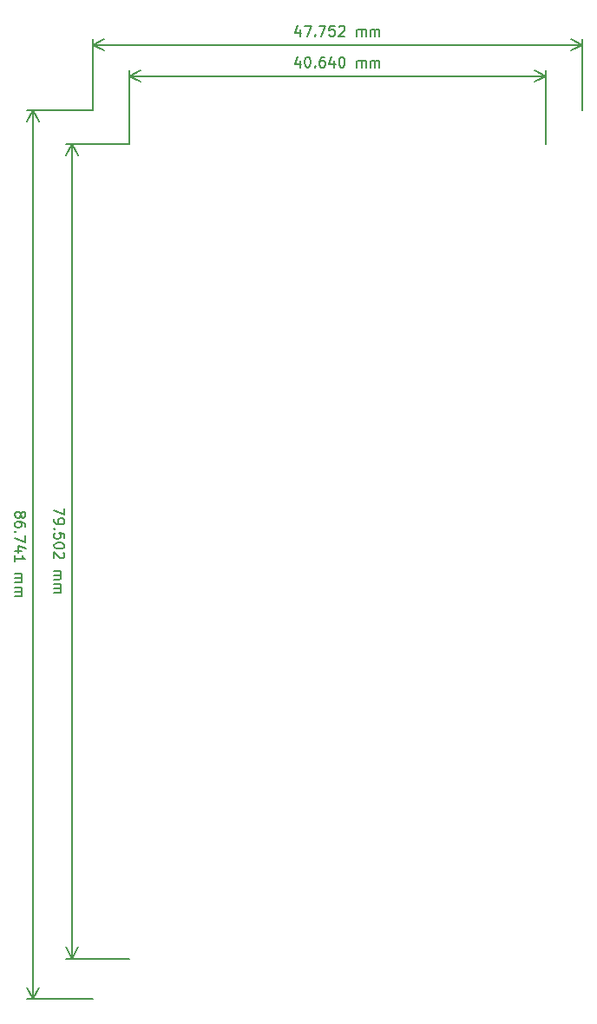
<source format=gbr>
G04 #@! TF.GenerationSoftware,KiCad,Pcbnew,(5.1.4)-1*
G04 #@! TF.CreationDate,2020-02-11T18:39:35-06:00*
G04 #@! TF.ProjectId,ArduinoBreakoutboardControl,41726475-696e-46f4-9272-65616b6f7574,rev?*
G04 #@! TF.SameCoordinates,Original*
G04 #@! TF.FileFunction,Drawing*
%FSLAX46Y46*%
G04 Gerber Fmt 4.6, Leading zero omitted, Abs format (unit mm)*
G04 Created by KiCad (PCBNEW (5.1.4)-1) date 2020-02-11 18:39:35*
%MOMM*%
%LPD*%
G04 APERTURE LIST*
%ADD10C,0.150000*%
G04 APERTURE END LIST*
D10*
X123199619Y-74930523D02*
X123199619Y-75597190D01*
X122199619Y-75168619D01*
X122199619Y-76025761D02*
X122199619Y-76216238D01*
X122247238Y-76311476D01*
X122294857Y-76359095D01*
X122437714Y-76454333D01*
X122628190Y-76501952D01*
X123009142Y-76501952D01*
X123104380Y-76454333D01*
X123152000Y-76406714D01*
X123199619Y-76311476D01*
X123199619Y-76121000D01*
X123152000Y-76025761D01*
X123104380Y-75978142D01*
X123009142Y-75930523D01*
X122771047Y-75930523D01*
X122675809Y-75978142D01*
X122628190Y-76025761D01*
X122580571Y-76121000D01*
X122580571Y-76311476D01*
X122628190Y-76406714D01*
X122675809Y-76454333D01*
X122771047Y-76501952D01*
X122294857Y-76930523D02*
X122247238Y-76978142D01*
X122199619Y-76930523D01*
X122247238Y-76882904D01*
X122294857Y-76930523D01*
X122199619Y-76930523D01*
X123199619Y-77882904D02*
X123199619Y-77406714D01*
X122723428Y-77359095D01*
X122771047Y-77406714D01*
X122818666Y-77501952D01*
X122818666Y-77740047D01*
X122771047Y-77835285D01*
X122723428Y-77882904D01*
X122628190Y-77930523D01*
X122390095Y-77930523D01*
X122294857Y-77882904D01*
X122247238Y-77835285D01*
X122199619Y-77740047D01*
X122199619Y-77501952D01*
X122247238Y-77406714D01*
X122294857Y-77359095D01*
X123199619Y-78549571D02*
X123199619Y-78644809D01*
X123152000Y-78740047D01*
X123104380Y-78787666D01*
X123009142Y-78835285D01*
X122818666Y-78882904D01*
X122580571Y-78882904D01*
X122390095Y-78835285D01*
X122294857Y-78787666D01*
X122247238Y-78740047D01*
X122199619Y-78644809D01*
X122199619Y-78549571D01*
X122247238Y-78454333D01*
X122294857Y-78406714D01*
X122390095Y-78359095D01*
X122580571Y-78311476D01*
X122818666Y-78311476D01*
X123009142Y-78359095D01*
X123104380Y-78406714D01*
X123152000Y-78454333D01*
X123199619Y-78549571D01*
X123104380Y-79263857D02*
X123152000Y-79311476D01*
X123199619Y-79406714D01*
X123199619Y-79644809D01*
X123152000Y-79740047D01*
X123104380Y-79787666D01*
X123009142Y-79835285D01*
X122913904Y-79835285D01*
X122771047Y-79787666D01*
X122199619Y-79216238D01*
X122199619Y-79835285D01*
X122199619Y-81025761D02*
X122866285Y-81025761D01*
X122771047Y-81025761D02*
X122818666Y-81073380D01*
X122866285Y-81168619D01*
X122866285Y-81311476D01*
X122818666Y-81406714D01*
X122723428Y-81454333D01*
X122199619Y-81454333D01*
X122723428Y-81454333D02*
X122818666Y-81501952D01*
X122866285Y-81597190D01*
X122866285Y-81740047D01*
X122818666Y-81835285D01*
X122723428Y-81882904D01*
X122199619Y-81882904D01*
X122199619Y-82359095D02*
X122866285Y-82359095D01*
X122771047Y-82359095D02*
X122818666Y-82406714D01*
X122866285Y-82501952D01*
X122866285Y-82644809D01*
X122818666Y-82740047D01*
X122723428Y-82787666D01*
X122199619Y-82787666D01*
X122723428Y-82787666D02*
X122818666Y-82835285D01*
X122866285Y-82930523D01*
X122866285Y-83073380D01*
X122818666Y-83168619D01*
X122723428Y-83216238D01*
X122199619Y-83216238D01*
X123952000Y-39370000D02*
X123952000Y-118872000D01*
X129540000Y-39370000D02*
X123365579Y-39370000D01*
X129540000Y-118872000D02*
X123365579Y-118872000D01*
X123952000Y-118872000D02*
X123365579Y-117745496D01*
X123952000Y-118872000D02*
X124538421Y-117745496D01*
X123952000Y-39370000D02*
X123365579Y-40496504D01*
X123952000Y-39370000D02*
X124538421Y-40496504D01*
X146193333Y-31251714D02*
X146193333Y-31918380D01*
X145955238Y-30870761D02*
X145717142Y-31585047D01*
X146336190Y-31585047D01*
X146907619Y-30918380D02*
X147002857Y-30918380D01*
X147098095Y-30965999D01*
X147145714Y-31013618D01*
X147193333Y-31108857D01*
X147240952Y-31299333D01*
X147240952Y-31537428D01*
X147193333Y-31727904D01*
X147145714Y-31823142D01*
X147098095Y-31870761D01*
X147002857Y-31918380D01*
X146907619Y-31918380D01*
X146812380Y-31870761D01*
X146764761Y-31823142D01*
X146717142Y-31727904D01*
X146669523Y-31537428D01*
X146669523Y-31299333D01*
X146717142Y-31108857D01*
X146764761Y-31013618D01*
X146812380Y-30965999D01*
X146907619Y-30918380D01*
X147669523Y-31823142D02*
X147717142Y-31870761D01*
X147669523Y-31918380D01*
X147621904Y-31870761D01*
X147669523Y-31823142D01*
X147669523Y-31918380D01*
X148574285Y-30918380D02*
X148383809Y-30918380D01*
X148288571Y-30965999D01*
X148240952Y-31013619D01*
X148145714Y-31156476D01*
X148098095Y-31346952D01*
X148098095Y-31727904D01*
X148145714Y-31823142D01*
X148193333Y-31870761D01*
X148288571Y-31918380D01*
X148479047Y-31918380D01*
X148574285Y-31870761D01*
X148621904Y-31823142D01*
X148669523Y-31727904D01*
X148669523Y-31489809D01*
X148621904Y-31394571D01*
X148574285Y-31346952D01*
X148479047Y-31299333D01*
X148288571Y-31299333D01*
X148193333Y-31346952D01*
X148145714Y-31394571D01*
X148098095Y-31489809D01*
X149526666Y-31251714D02*
X149526666Y-31918380D01*
X149288571Y-30870761D02*
X149050476Y-31585047D01*
X149669523Y-31585047D01*
X150240952Y-30918380D02*
X150336190Y-30918380D01*
X150431428Y-30966000D01*
X150479047Y-31013619D01*
X150526666Y-31108857D01*
X150574285Y-31299333D01*
X150574285Y-31537428D01*
X150526666Y-31727904D01*
X150479047Y-31823142D01*
X150431428Y-31870761D01*
X150336190Y-31918380D01*
X150240952Y-31918380D01*
X150145714Y-31870761D01*
X150098095Y-31823142D01*
X150050476Y-31727904D01*
X150002857Y-31537428D01*
X150002857Y-31299333D01*
X150050476Y-31108857D01*
X150098095Y-31013619D01*
X150145714Y-30966000D01*
X150240952Y-30918380D01*
X151764761Y-31918380D02*
X151764761Y-31251714D01*
X151764761Y-31346952D02*
X151812380Y-31299333D01*
X151907619Y-31251714D01*
X152050476Y-31251714D01*
X152145714Y-31299333D01*
X152193333Y-31394571D01*
X152193333Y-31918381D01*
X152193333Y-31394571D02*
X152240952Y-31299333D01*
X152336190Y-31251714D01*
X152479047Y-31251714D01*
X152574285Y-31299333D01*
X152621904Y-31394571D01*
X152621904Y-31918381D01*
X153098095Y-31918381D02*
X153098095Y-31251714D01*
X153098095Y-31346952D02*
X153145714Y-31299333D01*
X153240952Y-31251714D01*
X153383809Y-31251714D01*
X153479047Y-31299333D01*
X153526666Y-31394571D01*
X153526666Y-31918381D01*
X153526666Y-31394571D02*
X153574285Y-31299333D01*
X153669523Y-31251714D01*
X153812380Y-31251714D01*
X153907619Y-31299333D01*
X153955238Y-31394571D01*
X153955238Y-31918381D01*
X170180000Y-32766001D02*
X129540000Y-32766000D01*
X170180000Y-39370000D02*
X170180000Y-32179580D01*
X129540000Y-39369999D02*
X129540000Y-32179579D01*
X129540000Y-32766000D02*
X130666504Y-32179579D01*
X129540000Y-32766000D02*
X130666504Y-33352421D01*
X170180000Y-32766001D02*
X169053496Y-32179580D01*
X170180000Y-32766001D02*
X169053496Y-33352422D01*
X118961047Y-75486119D02*
X119008666Y-75390880D01*
X119056285Y-75343261D01*
X119151523Y-75295642D01*
X119199142Y-75295642D01*
X119294380Y-75343261D01*
X119342000Y-75390880D01*
X119389619Y-75486119D01*
X119389619Y-75676595D01*
X119342000Y-75771833D01*
X119294380Y-75819452D01*
X119199142Y-75867071D01*
X119151523Y-75867071D01*
X119056285Y-75819452D01*
X119008666Y-75771833D01*
X118961047Y-75676595D01*
X118961047Y-75486119D01*
X118913428Y-75390880D01*
X118865809Y-75343261D01*
X118770571Y-75295642D01*
X118580095Y-75295642D01*
X118484857Y-75343261D01*
X118437238Y-75390880D01*
X118389619Y-75486119D01*
X118389619Y-75676595D01*
X118437238Y-75771833D01*
X118484857Y-75819452D01*
X118580095Y-75867071D01*
X118770571Y-75867071D01*
X118865809Y-75819452D01*
X118913428Y-75771833D01*
X118961047Y-75676595D01*
X119389619Y-76724214D02*
X119389619Y-76533738D01*
X119342000Y-76438500D01*
X119294380Y-76390880D01*
X119151523Y-76295642D01*
X118961047Y-76248023D01*
X118580095Y-76248023D01*
X118484857Y-76295642D01*
X118437238Y-76343261D01*
X118389619Y-76438500D01*
X118389619Y-76628976D01*
X118437238Y-76724214D01*
X118484857Y-76771833D01*
X118580095Y-76819452D01*
X118818190Y-76819452D01*
X118913428Y-76771833D01*
X118961047Y-76724214D01*
X119008666Y-76628976D01*
X119008666Y-76438500D01*
X118961047Y-76343261D01*
X118913428Y-76295642D01*
X118818190Y-76248023D01*
X118484857Y-77248023D02*
X118437238Y-77295642D01*
X118389619Y-77248023D01*
X118437238Y-77200404D01*
X118484857Y-77248023D01*
X118389619Y-77248023D01*
X119389619Y-77628976D02*
X119389619Y-78295642D01*
X118389619Y-77867071D01*
X119056285Y-79105166D02*
X118389619Y-79105166D01*
X119437238Y-78867071D02*
X118722952Y-78628976D01*
X118722952Y-79248023D01*
X118389619Y-80152785D02*
X118389619Y-79581357D01*
X118389619Y-79867071D02*
X119389619Y-79867071D01*
X119246761Y-79771833D01*
X119151523Y-79676595D01*
X119103904Y-79581357D01*
X118389619Y-81343261D02*
X119056285Y-81343261D01*
X118961047Y-81343261D02*
X119008666Y-81390880D01*
X119056285Y-81486119D01*
X119056285Y-81628976D01*
X119008666Y-81724214D01*
X118913428Y-81771833D01*
X118389619Y-81771833D01*
X118913428Y-81771833D02*
X119008666Y-81819452D01*
X119056285Y-81914690D01*
X119056285Y-82057547D01*
X119008666Y-82152785D01*
X118913428Y-82200404D01*
X118389619Y-82200404D01*
X118389619Y-82676595D02*
X119056285Y-82676595D01*
X118961047Y-82676595D02*
X119008666Y-82724214D01*
X119056285Y-82819452D01*
X119056285Y-82962309D01*
X119008666Y-83057547D01*
X118913428Y-83105166D01*
X118389619Y-83105166D01*
X118913428Y-83105166D02*
X119008666Y-83152785D01*
X119056285Y-83248023D01*
X119056285Y-83390880D01*
X119008666Y-83486119D01*
X118913428Y-83533738D01*
X118389619Y-83533738D01*
X120142000Y-36068000D02*
X120142000Y-122809000D01*
X125984000Y-36068000D02*
X119555579Y-36068000D01*
X125984000Y-122809000D02*
X119555579Y-122809000D01*
X120142000Y-122809000D02*
X119555579Y-121682496D01*
X120142000Y-122809000D02*
X120728421Y-121682496D01*
X120142000Y-36068000D02*
X119555579Y-37194504D01*
X120142000Y-36068000D02*
X120728421Y-37194504D01*
X146193333Y-28203714D02*
X146193333Y-28870380D01*
X145955238Y-27822761D02*
X145717142Y-28537047D01*
X146336190Y-28537047D01*
X146621904Y-27870380D02*
X147288571Y-27870380D01*
X146860000Y-28870380D01*
X147669523Y-28775142D02*
X147717142Y-28822761D01*
X147669523Y-28870380D01*
X147621904Y-28822761D01*
X147669523Y-28775142D01*
X147669523Y-28870380D01*
X148050476Y-27870380D02*
X148717142Y-27870380D01*
X148288571Y-28870380D01*
X149574285Y-27870380D02*
X149098095Y-27870380D01*
X149050476Y-28346571D01*
X149098095Y-28298952D01*
X149193333Y-28251333D01*
X149431428Y-28251333D01*
X149526666Y-28298952D01*
X149574285Y-28346571D01*
X149621904Y-28441809D01*
X149621904Y-28679904D01*
X149574285Y-28775142D01*
X149526666Y-28822761D01*
X149431428Y-28870380D01*
X149193333Y-28870380D01*
X149098095Y-28822761D01*
X149050476Y-28775142D01*
X150002857Y-27965619D02*
X150050476Y-27918000D01*
X150145714Y-27870380D01*
X150383809Y-27870380D01*
X150479047Y-27918000D01*
X150526666Y-27965619D01*
X150574285Y-28060857D01*
X150574285Y-28156095D01*
X150526666Y-28298952D01*
X149955238Y-28870380D01*
X150574285Y-28870380D01*
X151764761Y-28870380D02*
X151764761Y-28203714D01*
X151764761Y-28298952D02*
X151812380Y-28251333D01*
X151907619Y-28203714D01*
X152050476Y-28203714D01*
X152145714Y-28251333D01*
X152193333Y-28346571D01*
X152193333Y-28870380D01*
X152193333Y-28346571D02*
X152240952Y-28251333D01*
X152336190Y-28203714D01*
X152479047Y-28203714D01*
X152574285Y-28251333D01*
X152621904Y-28346571D01*
X152621904Y-28870380D01*
X153098095Y-28870380D02*
X153098095Y-28203714D01*
X153098095Y-28298952D02*
X153145714Y-28251333D01*
X153240952Y-28203714D01*
X153383809Y-28203714D01*
X153479047Y-28251333D01*
X153526666Y-28346571D01*
X153526666Y-28870380D01*
X153526666Y-28346571D02*
X153574285Y-28251333D01*
X153669523Y-28203714D01*
X153812380Y-28203714D01*
X153907619Y-28251333D01*
X153955238Y-28346571D01*
X153955238Y-28870380D01*
X125984000Y-29718000D02*
X173736000Y-29718000D01*
X125984000Y-36068000D02*
X125984000Y-29131579D01*
X173736000Y-36068000D02*
X173736000Y-29131579D01*
X173736000Y-29718000D02*
X172609496Y-30304421D01*
X173736000Y-29718000D02*
X172609496Y-29131579D01*
X125984000Y-29718000D02*
X127110504Y-30304421D01*
X125984000Y-29718000D02*
X127110504Y-29131579D01*
M02*

</source>
